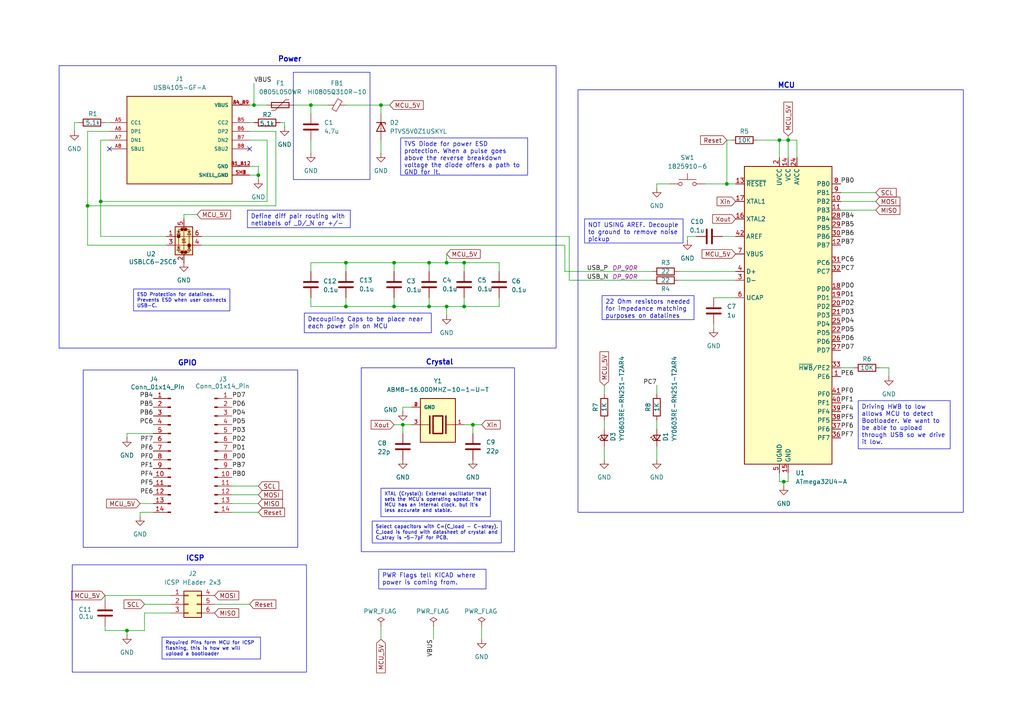
<source format=kicad_sch>
(kicad_sch (version 20250114) (generator "eeschema") (generator_version "9.0")
  (paper "A4")
  (title_block (title "ATmega32U4") (company "Practice") (comment 1 "Dev board PCB design"))
  (lib_symbols
    (symbol "ABM8-16.000MHZ-10-1-U-T:ABM8-16.000MHZ-10-1-U-T" (pin_names (offset 1.016))
      (property "Reference" "Y" (at -5.0878 6.3559 0))
      (property "Value" "ABM8-16.000MHZ-10-1-U-T" (at -5.0944 -10.16 0))
      (symbol "ABM8-16.000MHZ-10-1-U-T_0_0"
        (polyline (pts (xy -5.08 0) (xy -2.54 0)) (stroke (width 0.1524)))
        (rectangle (start -5.08 -7.62) (end 5.08 5.08) (stroke (width 0.254)) (fill (type background)))
        (polyline (pts (xy -2.3368 2.54) (xy -2.3368 -2.54)) (stroke (width 0.4064)))
        (polyline (pts (xy -1.397 2.54) (xy -1.397 -2.54)) (stroke (width 0.4064)))
        (polyline (pts (xy -1.397 2.54) (xy 1.397 2.54)) (stroke (width 0.4064)))
        (polyline (pts (xy 1.397 2.54) (xy 1.397 -2.54)) (stroke (width 0.4064)))
        (polyline (pts (xy 1.397 -2.54) (xy -1.397 -2.54)) (stroke (width 0.4064)))
        (polyline (pts (xy 2.3368 2.54) (xy 2.3368 -2.54)) (stroke (width 0.4064)))
        (polyline (pts (xy 2.54 0) (xy 5.08 0)) (stroke (width 0.1524)))
        (pin passive line (at -7.62 0 0) (length 2.54) (name "~") (number "1"))
        (pin passive line (at 7.62 0 180) (length 2.54) (name "~") (number "3"))
        (pin power_in line (at 7.62 -5.08 180) (length 2.54) (name "GND") (number "2"))
        (pin power_in line (at 7.62 -5.08 180) (length 2.54) (name "GND") (number "4"))
      )
    )
    (symbol "Connector:Conn_01x14_Pin" (pin_names (offset 1.016) (hide yes))
      (property "Reference" "J" (at 0 17.78 0))
      (property "Value" "Conn_01x14_Pin" (at 0 -20.32 0))
      (symbol "Conn_01x14_Pin_1_1"
        (rectangle (start 0.8636 15.367) (end 0 15.113) (stroke (width 0.1524)) (fill (type outline)))
        (rectangle (start 0.8636 12.827) (end 0 12.573) (stroke (width 0.1524)) (fill (type outline)))
        (rectangle (start 0.8636 10.287) (end 0 10.033) (stroke (width 0.1524)) (fill (type outline)))
        (rectangle (start 0.8636 7.747) (end 0 7.493) (stroke (width 0.1524)) (fill (type outline)))
        (rectangle (start 0.8636 5.207) (end 0 4.953) (stroke (width 0.1524)) (fill (type outline)))
        (rectangle (start 0.8636 2.667) (end 0 2.413) (stroke (width 0.1524)) (fill (type outline)))
        (rectangle (start 0.8636 0.127) (end 0 -0.127) (stroke (width 0.1524)) (fill (type outline)))
        (rectangle (start 0.8636 -2.413) (end 0 -2.667) (stroke (width 0.1524)) (fill (type outline)))
        (rectangle (start 0.8636 -4.953) (end 0 -5.207) (stroke (width 0.1524)) (fill (type outline)))
        (rectangle (start 0.8636 -7.493) (end 0 -7.747) (stroke (width 0.1524)) (fill (type outline)))
        (rectangle (start 0.8636 -10.033) (end 0 -10.287) (stroke (width 0.1524)) (fill (type outline)))
        (rectangle (start 0.8636 -12.573) (end 0 -12.827) (stroke (width 0.1524)) (fill (type outline)))
        (rectangle (start 0.8636 -15.113) (end 0 -15.367) (stroke (width 0.1524)) (fill (type outline)))
        (rectangle (start 0.8636 -17.653) (end 0 -17.907) (stroke (width 0.1524)) (fill (type outline)))
        (polyline (pts (xy 1.27 15.24) (xy 0.8636 15.24)) (stroke (width 0.1524)))
        (polyline (pts (xy 1.27 12.7) (xy 0.8636 12.7)) (stroke (width 0.1524)))
        (polyline (pts (xy 1.27 10.16) (xy 0.8636 10.16)) (stroke (width 0.1524)))
        (polyline (pts (xy 1.27 7.62) (xy 0.8636 7.62)) (stroke (width 0.1524)))
        (polyline (pts (xy 1.27 5.08) (xy 0.8636 5.08)) (stroke (width 0.1524)))
        (polyline (pts (xy 1.27 2.54) (xy 0.8636 2.54)) (stroke (width 0.1524)))
        (polyline (pts (xy 1.27 0) (xy 0.8636 0)) (stroke (width 0.1524)))
        (polyline (pts (xy 1.27 -2.54) (xy 0.8636 -2.54)) (stroke (width 0.1524)))
        (polyline (pts (xy 1.27 -5.08) (xy 0.8636 -5.08)) (stroke (width 0.1524)))
        (polyline (pts (xy 1.27 -7.62) (xy 0.8636 -7.62)) (stroke (width 0.1524)))
        (polyline (pts (xy 1.27 -10.16) (xy 0.8636 -10.16)) (stroke (width 0.1524)))
        (polyline (pts (xy 1.27 -12.7) (xy 0.8636 -12.7)) (stroke (width 0.1524)))
        (polyline (pts (xy 1.27 -15.24) (xy 0.8636 -15.24)) (stroke (width 0.1524)))
        (polyline (pts (xy 1.27 -17.78) (xy 0.8636 -17.78)) (stroke (width 0.1524)))
        (pin passive line (at 5.08 15.24 180) (length 3.81) (name "Pin_1") (number "1"))
        (pin passive line (at 5.08 12.7 180) (length 3.81) (name "Pin_2") (number "2"))
        (pin passive line (at 5.08 10.16 180) (length 3.81) (name "Pin_3") (number "3"))
        (pin passive line (at 5.08 7.62 180) (length 3.81) (name "Pin_4") (number "4"))
        (pin passive line (at 5.08 5.08 180) (length 3.81) (name "Pin_5") (number "5"))
        (pin passive line (at 5.08 2.54 180) (length 3.81) (name "Pin_6") (number "6"))
        (pin passive line (at 5.08 0 180) (length 3.81) (name "Pin_7") (number "7"))
        (pin passive line (at 5.08 -2.54 180) (length 3.81) (name "Pin_8") (number "8"))
        (pin passive line (at 5.08 -5.08 180) (length 3.81) (name "Pin_9") (number "9"))
        (pin passive line (at 5.08 -7.62 180) (length 3.81) (name "Pin_10") (number "10"))
        (pin passive line (at 5.08 -10.16 180) (length 3.81) (name "Pin_11") (number "11"))
        (pin passive line (at 5.08 -12.7 180) (length 3.81) (name "Pin_12") (number "12"))
        (pin passive line (at 5.08 -15.24 180) (length 3.81) (name "Pin_13") (number "13"))
        (pin passive line (at 5.08 -17.78 180) (length 3.81) (name "Pin_14") (number "14"))
      )
    )
    (symbol "Connector_Generic:Conn_02x03_Top_Bottom" (pin_names (offset 1.016) (hide yes))
      (property "Reference" "J" (at 1.27 5.08 0))
      (property "Value" "Conn_02x03_Top_Bottom" (at 1.27 -5.08 0))
      (symbol "Conn_02x03_Top_Bottom_1_1"
        (rectangle (start -1.27 3.81) (end 3.81 -3.81) (stroke (width 0.254)) (fill (type background)))
        (rectangle (start -1.27 2.667) (end 0 2.413) (stroke (width 0.1524)))
        (rectangle (start -1.27 0.127) (end 0 -0.127) (stroke (width 0.1524)))
        (rectangle (start -1.27 -2.413) (end 0 -2.667) (stroke (width 0.1524)))
        (rectangle (start 3.81 2.667) (end 2.54 2.413) (stroke (width 0.1524)))
        (rectangle (start 3.81 0.127) (end 2.54 -0.127) (stroke (width 0.1524)))
        (rectangle (start 3.81 -2.413) (end 2.54 -2.667) (stroke (width 0.1524)))
        (pin passive line (at -5.08 2.54 0) (length 3.81) (name "Pin_1") (number "1"))
        (pin passive line (at -5.08 0 0) (length 3.81) (name "Pin_2") (number "2"))
        (pin passive line (at -5.08 -2.54 0) (length 3.81) (name "Pin_3") (number "3"))
        (pin passive line (at 7.62 2.54 180) (length 3.81) (name "Pin_4") (number "4"))
        (pin passive line (at 7.62 0 180) (length 3.81) (name "Pin_5") (number "5"))
        (pin passive line (at 7.62 -2.54 180) (length 3.81) (name "Pin_6") (number "6"))
      )
    )
    (symbol "Device:C" (pin_numbers (hide yes)) (pin_names (offset 0.254))
      (property "Reference" "C" (at 0.635 2.54 0))
      (property "Value" "C" (at 0.635 -2.54 0))
      (symbol "C_0_1"
        (polyline (pts (xy -2.032 0.762) (xy 2.032 0.762)) (stroke (width 0.508)))
        (polyline (pts (xy -2.032 -0.762) (xy 2.032 -0.762)) (stroke (width 0.508)))
      )
      (symbol "C_1_1"
        (pin passive line (at 0 3.81 270) (length 2.794) (name "~") (number "1"))
        (pin passive line (at 0 -3.81 90) (length 2.794) (name "~") (number "2"))
      )
    )
    (symbol "Device:FerriteBead_Small" (pin_numbers (hide yes)) (pin_names (offset 0))
      (property "Reference" "FB" (at 1.905 1.27 0))
      (property "Value" "FerriteBead_Small" (at 1.905 -1.27 0))
      (symbol "FerriteBead_Small_0_1"
        (polyline (pts (xy -1.8288 0.2794) (xy -1.1176 1.4986) (xy 1.8288 -0.2032) (xy 1.1176 -1.4224) (xy -1.8288 0.2794)))
        (polyline (pts (xy 0 0.889) (xy 0 1.2954)))
        (polyline (pts (xy 0 -1.27) (xy 0 -0.7874)))
      )
      (symbol "FerriteBead_Small_1_1"
        (pin passive line (at 0 2.54 270) (length 1.27) (name "~") (number "1"))
        (pin passive line (at 0 -2.54 90) (length 1.27) (name "~") (number "2"))
      )
    )
    (symbol "Device:LED_Small" (pin_numbers (hide yes)) (pin_names (offset 0.254) (hide yes))
      (property "Reference" "D" (at -1.27 3.175 0))
      (property "Value" "LED_Small" (at -4.445 -2.54 0))
      (symbol "LED_Small_0_1"
        (polyline (pts (xy -0.762 -1.016) (xy -0.762 1.016)) (stroke (width 0.254)))
        (polyline (pts (xy 0 0.762) (xy -0.508 1.27) (xy -0.254 1.27) (xy -0.508 1.27) (xy -0.508 1.016)))
        (polyline (pts (xy 0.508 1.27) (xy 0 1.778) (xy 0.254 1.778) (xy 0 1.778) (xy 0 1.524)))
        (polyline (pts (xy 0.762 -1.016) (xy -0.762 0) (xy 0.762 1.016) (xy 0.762 -1.016)) (stroke (width 0.254)))
        (polyline (pts (xy 1.016 0) (xy -0.762 0)))
      )
      (symbol "LED_Small_1_1"
        (pin passive line (at -2.54 0 0) (length 1.778) (name "K") (number "1"))
        (pin passive line (at 2.54 0 180) (length 1.778) (name "A") (number "2"))
      )
    )
    (symbol "Device:Polyfuse" (pin_numbers (hide yes)) (pin_names (offset 0))
      (property "Reference" "F" (at -2.54 0 90))
      (property "Value" "Polyfuse" (at 2.54 0 90))
      (symbol "Polyfuse_0_1"
        (polyline (pts (xy -1.524 2.54) (xy -1.524 1.524) (xy 1.524 -1.524) (xy 1.524 -2.54)))
        (rectangle (start -0.762 2.54) (end 0.762 -2.54) (stroke (width 0.254)))
        (polyline (pts (xy 0 2.54) (xy 0 -2.54)))
      )
      (symbol "Polyfuse_1_1"
        (pin passive line (at 0 3.81 270) (length 1.27) (name "~") (number "1"))
        (pin passive line (at 0 -3.81 90) (length 1.27) (name "~") (number "2"))
      )
    )
    (symbol "Device:R" (pin_numbers (hide yes)) (pin_names (offset 0))
      (property "Reference" "R" (at 2.032 0 90))
      (property "Value" "R" (at 0 0 90))
      (symbol "R_0_1"
        (rectangle (start -1.016 -2.54) (end 1.016 2.54) (stroke (width 0.254)))
      )
      (symbol "R_1_1"
        (pin passive line (at 0 3.81 270) (length 1.27) (name "~") (number "1"))
        (pin passive line (at 0 -3.81 90) (length 1.27) (name "~") (number "2"))
      )
    )
    (symbol "Diode:PTVS5V0Z1USK" (pin_numbers (hide yes)) (pin_names (hide yes))
      (property "Reference" "D" (at 0 2.54 0))
      (property "Value" "PTVS5V0Z1USK" (at 0 -2.54 0))
      (symbol "PTVS5V0Z1USK_0_1"
        (polyline (pts (xy -1.27 -1.27) (xy -1.27 1.27) (xy -0.762 1.27)) (stroke (width 0.254)))
        (polyline (pts (xy 1.27 0) (xy -1.27 0)))
        (polyline (pts (xy 1.27 -1.27) (xy 1.27 1.27) (xy -1.27 0) (xy 1.27 -1.27)) (stroke (width 0.254)))
      )
      (symbol "PTVS5V0Z1USK_1_1"
        (pin passive line (at -3.81 0 0) (length 2.54) (name "K") (number "1"))
        (pin passive line (at 3.81 0 180) (length 2.54) (name "A") (number "2"))
      )
    )
    (symbol "MCU_Microchip_ATmega:ATmega32U4-A"
      (property "Reference" "U" (at -12.7 44.45 0))
      (property "Value" "ATmega32U4-A" (at 2.54 -44.45 0))
      (symbol "ATmega32U4-A_0_1"
        (rectangle (start -12.7 -43.18) (end 12.7 43.18) (stroke (width 0.254)) (fill (type background)))
      )
      (symbol "ATmega32U4-A_1_1"
        (pin input line (at -15.24 38.1 0) (length 2.54) (name "~{RESET}") (number "13"))
        (pin input line (at -15.24 33.02 0) (length 2.54) (name "XTAL1") (number "17"))
        (pin output line (at -15.24 27.94 0) (length 2.54) (name "XTAL2") (number "16"))
        (pin passive line (at -15.24 22.86 0) (length 2.54) (name "AREF") (number "42"))
        (pin input line (at -15.24 17.78 0) (length 2.54) (name "VBUS") (number "7"))
        (pin bidirectional line (at -15.24 12.7 0) (length 2.54) (name "D+") (number "4"))
        (pin bidirectional line (at -15.24 10.16 0) (length 2.54) (name "D-") (number "3"))
        (pin passive line (at -15.24 5.08 0) (length 2.54) (name "UCAP") (number "6"))
        (pin power_in line (at -2.54 45.72 270) (length 2.54) (name "UVCC") (number "2"))
        (pin passive line (at -2.54 -45.72 90) (length 2.54) (name "UGND") (number "5"))
        (pin power_in line (at 0 45.72 270) (length 2.54) (name "VCC") (number "14"))
        (pin passive line (at 0 45.72 270) (length 2.54) (hide yes) (name "VCC") (number "34"))
        (pin power_in line (at 0 -45.72 90) (length 2.54) (name "GND") (number "15"))
        (pin passive line (at 0 -45.72 90) (length 2.54) (hide yes) (name "GND") (number "23"))
        (pin passive line (at 0 -45.72 90) (length 2.54) (hide yes) (name "GND") (number "35"))
        (pin passive line (at 0 -45.72 90) (length 2.54) (hide yes) (name "GND") (number "43"))
        (pin power_in line (at 2.54 45.72 270) (length 2.54) (name "AVCC") (number "24"))
        (pin passive line (at 2.54 45.72 270) (length 2.54) (hide yes) (name "AVCC") (number "44"))
        (pin bidirectional line (at 15.24 38.1 180) (length 2.54) (name "PB0") (number "8"))
        (pin bidirectional line (at 15.24 35.56 180) (length 2.54) (name "PB1") (number "9"))
        (pin bidirectional line (at 15.24 33.02 180) (length 2.54) (name "PB2") (number "10"))
        (pin bidirectional line (at 15.24 30.48 180) (length 2.54) (name "PB3") (number "11"))
        (pin bidirectional line (at 15.24 27.94 180) (length 2.54) (name "PB4") (number "28"))
        (pin bidirectional line (at 15.24 25.4 180) (length 2.54) (name "PB5") (number "29"))
        (pin bidirectional line (at 15.24 22.86 180) (length 2.54) (name "PB6") (number "30"))
        (pin bidirectional line (at 15.24 20.32 180) (length 2.54) (name "PB7") (number "12"))
        (pin bidirectional line (at 15.24 15.24 180) (length 2.54) (name "PC6") (number "31"))
        (pin bidirectional line (at 15.24 12.7 180) (length 2.54) (name "PC7") (number "32"))
        (pin bidirectional line (at 15.24 7.62 180) (length 2.54) (name "PD0") (number "18"))
        (pin bidirectional line (at 15.24 5.08 180) (length 2.54) (name "PD1") (number "19"))
        (pin bidirectional line (at 15.24 2.54 180) (length 2.54) (name "PD2") (number "20"))
        (pin bidirectional line (at 15.24 0 180) (length 2.54) (name "PD3") (number "21"))
        (pin bidirectional line (at 15.24 -2.54 180) (length 2.54) (name "PD4") (number "25"))
        (pin bidirectional line (at 15.24 -5.08 180) (length 2.54) (name "PD5") (number "22"))
        (pin bidirectional line (at 15.24 -7.62 180) (length 2.54) (name "PD6") (number "26"))
        (pin bidirectional line (at 15.24 -10.16 180) (length 2.54) (name "PD7") (number "27"))
        (pin bidirectional line (at 15.24 -15.24 180) (length 2.54) (name "~{HWB}/PE2") (number "33"))
        (pin bidirectional line (at 15.24 -17.78 180) (length 2.54) (name "PE6") (number "1"))
        (pin bidirectional line (at 15.24 -22.86 180) (length 2.54) (name "PF0") (number "41"))
        (pin bidirectional line (at 15.24 -25.4 180) (length 2.54) (name "PF1") (number "40"))
        (pin bidirectional line (at 15.24 -27.94 180) (length 2.54) (name "PF4") (number "39"))
        (pin bidirectional line (at 15.24 -30.48 180) (length 2.54) (name "PF5") (number "38"))
        (pin bidirectional line (at 15.24 -33.02 180) (length 2.54) (name "PF6") (number "37"))
        (pin bidirectional line (at 15.24 -35.56 180) (length 2.54) (name "PF7") (number "36"))
      )
    )
    (symbol "Power_Protection:USBLC6-2SC6" (pin_names (hide yes))
      (property "Reference" "U" (at 0.635 5.715 0))
      (property "Value" "USBLC6-2SC6" (at 0.635 3.81 0))
      (symbol "USBLC6-2SC6_0_0"
        (circle (center -1.524 0) (radius 0.0001) (stroke (width 0.508)))
        (circle (center -0.508 2.032) (radius 0.0001) (stroke (width 0.508)))
        (circle (center -0.508 -4.572) (radius 0.0001) (stroke (width 0.508)))
        (circle (center 0.508 2.032) (radius 0.0001) (stroke (width 0.508)))
        (circle (center 0.508 -4.572) (radius 0.0001) (stroke (width 0.508)))
        (circle (center 1.524 -2.54) (radius 0.0001) (stroke (width 0.508)))
      )
      (symbol "USBLC6-2SC6_0_1"
        (polyline (pts (xy -2.54 0) (xy 2.54 0)))
        (polyline (pts (xy -2.54 -2.54) (xy 2.54 -2.54)))
        (polyline (pts (xy -2.032 0.508) (xy -1.016 0.508) (xy -1.524 1.524) (xy -2.032 0.508)))
        (polyline (pts (xy -2.032 -3.048) (xy -1.016 -3.048)))
        (polyline (pts (xy -1.016 1.524) (xy -2.032 1.524)))
        (polyline (pts (xy -1.016 -4.064) (xy -2.032 -4.064) (xy -1.524 -3.048) (xy -1.016 -4.064)))
        (polyline (pts (xy -0.508 -1.143) (xy -0.508 -0.762) (xy 0.508 -0.762)))
        (polyline (pts (xy 0 2.54) (xy -0.508 2.032) (xy 0.508 2.032) (xy 0 1.524) (xy 0 -4.064) (xy -0.508 -4.572) (xy 0.508 -4.572) (xy 0 -5.08)))
        (polyline (pts (xy 0.508 -1.778) (xy -0.508 -1.778) (xy 0 -0.762) (xy 0.508 -1.778)))
        (polyline (pts (xy 1.016 1.524) (xy 2.032 1.524)))
        (polyline (pts (xy 1.016 -3.048) (xy 2.032 -3.048)))
        (polyline (pts (xy 2.032 0.508) (xy 1.016 0.508) (xy 1.524 1.524) (xy 2.032 0.508)))
        (polyline (pts (xy 2.032 -4.064) (xy 1.016 -4.064) (xy 1.524 -3.048) (xy 2.032 -4.064)))
      )
      (symbol "USBLC6-2SC6_1_1"
        (rectangle (start -2.54 2.794) (end 2.54 -5.334) (stroke (width 0.254)) (fill (type background)))
        (polyline (pts (xy -0.508 2.032) (xy -1.524 2.032) (xy -1.524 -4.572) (xy -0.508 -4.572)))
        (polyline (pts (xy 0.508 -4.572) (xy 1.524 -4.572) (xy 1.524 2.032) (xy 0.508 2.032)))
        (pin passive line (at -5.08 0 0) (length 2.54) (name "I/O1") (number "1"))
        (pin passive line (at -5.08 -2.54 0) (length 2.54) (name "I/O2") (number "3"))
        (pin passive line (at 0 5.08 270) (length 2.54) (name "VBUS") (number "5"))
        (pin passive line (at 0 -7.62 90) (length 2.54) (name "GND") (number "2"))
        (pin passive line (at 5.08 0 180) (length 2.54) (name "I/O1") (number "6"))
        (pin passive line (at 5.08 -2.54 180) (length 2.54) (name "I/O2") (number "4"))
      )
    )
    (symbol "Switch:SW_Push" (pin_numbers (hide yes)) (pin_names (offset 1.016) (hide yes))
      (property "Reference" "SW" (at 1.27 2.54 0))
      (property "Value" "SW_Push" (at 0 -1.524 0))
      (symbol "SW_Push_0_1"
        (circle (center -2.032 0) (radius 0.508))
        (polyline (pts (xy 0 1.27) (xy 0 3.048)))
        (circle (center 2.032 0) (radius 0.508))
        (polyline (pts (xy 2.54 1.27) (xy -2.54 1.27)))
        (pin passive line (at -5.08 0 0) (length 2.54) (name "1") (number "1"))
        (pin passive line (at 5.08 0 180) (length 2.54) (name "2") (number "2"))
      )
    )
    (symbol "USB4105-GF-A:USB4105-GF-A" (pin_names (offset 1.016))
      (property "Reference" "J" (at -15.24 13.97 0))
      (property "Value" "USB4105-GF-A" (at -15.24 -15.24 0))
      (symbol "USB4105-GF-A_0_0"
        (rectangle (start -15.24 -12.7) (end 15.24 12.7) (stroke (width 0.254)) (fill (type background)))
        (pin bidirectional line (at -20.32 5.08 0) (length 5.08) (name "CC1") (number "A5"))
        (pin bidirectional line (at -20.32 2.54 0) (length 5.08) (name "DP1") (number "A6"))
        (pin bidirectional line (at -20.32 0 0) (length 5.08) (name "DN1") (number "A7"))
        (pin bidirectional line (at -20.32 -2.54 0) (length 5.08) (name "SBU1") (number "A8"))
        (pin power_in line (at 20.32 10.16 180) (length 5.08) (name "VBUS") (number "A4_B9"))
        (pin power_in line (at 20.32 10.16 180) (length 5.08) (name "VBUS") (number "B4_A9"))
        (pin bidirectional line (at 20.32 5.08 180) (length 5.08) (name "CC2") (number "B5"))
        (pin bidirectional line (at 20.32 2.54 180) (length 5.08) (name "DP2") (number "B6"))
        (pin bidirectional line (at 20.32 0 180) (length 5.08) (name "DN2") (number "B7"))
        (pin bidirectional line (at 20.32 -2.54 180) (length 5.08) (name "SBU2") (number "B8"))
        (pin power_in line (at 20.32 -7.62 180) (length 5.08) (name "GND") (number "A1_B12"))
        (pin power_in line (at 20.32 -7.62 180) (length 5.08) (name "GND") (number "B1_A12"))
        (pin power_in line (at 20.32 -10.16 180) (length 5.08) (name "SHELL_GND") (number "SH1"))
        (pin power_in line (at 20.32 -10.16 180) (length 5.08) (name "SHELL_GND") (number "SH2"))
        (pin power_in line (at 20.32 -10.16 180) (length 5.08) (name "SHELL_GND") (number "SH3"))
        (pin power_in line (at 20.32 -10.16 180) (length 5.08) (name "SHELL_GND") (number "SH4"))
      )
    )
    (symbol "power:GND" (power) (pin_numbers (hide yes)) (pin_names (offset 0) (hide yes))
      (property "Value" "GND" (at 0 -3.81 0))
      (symbol "GND_0_1"
        (polyline (pts (xy 0 0) (xy 0 -1.27) (xy 1.27 -1.27) (xy 0 -2.54) (xy -1.27 -1.27) (xy 0 -1.27)))
      )
      (symbol "GND_1_1"
        (pin power_in line (at 0 0 270) (length 0) (name "~") (number "1"))
      )
    )
    (symbol "power:PWR_FLAG" (power) (pin_numbers (hide yes)) (pin_names (offset 0) (hide yes))
      (property "Value" "PWR_FLAG" (at 0 3.81 0))
      (symbol "PWR_FLAG_0_0"
        (pin power_out line (at 0 0 90) (length 0) (name "~") (number "1"))
      )
      (symbol "PWR_FLAG_0_1"
        (polyline (pts (xy 0 0) (xy 0 1.27) (xy -1.016 1.905) (xy 0 2.54) (xy 1.016 1.905) (xy 0 1.27)))
      )
    )
  )
  (rectangle (start 167.64 26.035) (end 279.4 148.59))
  (rectangle (start 104.775 106.68) (end 149.225 160.02))
  (rectangle (start 24.13 107.315) (end 86.36 158.75))
  (rectangle (start 85.09 20.955) (end 107.315 52.07))
  (rectangle (start 17.145 19.05) (end 161.29 100.965))
  (rectangle (start 20.955 163.83) (end 88.9 194.945))
  (text "MCU\n" (at 228.092 24.892 0) (effects (font (size 1.5 1.5) (thickness 0.3) (bold yes))))
  (text "GPIO\n" (at 54.356 105.41 0) (effects (font (size 1.5 1.5) (thickness 0.3) (bold yes))))
  (text "Crystal\n" (at 127.508 105.156 0) (effects (font (size 1.5 1.5) (thickness 0.3) (bold yes))))
  (text "ICSP\n" (at 56.642 162.052 0) (effects (font (size 1.5 1.5) (thickness 0.3) (bold yes))))
  (text "Power\n" (at 84.074 17.272 0) (effects (font (size 1.5 1.5) (thickness 0.3) (bold yes))))
  (text_box "Driving HWB to low allows MCU to detect Bootloader. We want to be able to upload through USB so we drive it low.\n" (at 248.92 116.205 0) (size 26.67 13.97) (margins 0.9525 0.9525 0.9525 0.9525) (effects (font (size 1.27 1.27)) (justify left top)))
  (text_box "NOT USING AREF. Decouple to ground to remove noise pickup\n" (at 169.545 63.5 0) (size 28.575 6.985) (margins 0.9525 0.9525 0.9525 0.9525) (effects (font (size 1.27 1.27)) (justify left top)))
  (text_box "PWR Flags tell KiCAD where power is coming from.\n" (at 109.855 165.1 0) (size 31.115 5.715) (margins 0.9525 0.9525 0.9525 0.9525) (effects (font (size 1.27 1.27)) (justify left top)))
  (text_box "ESD Protection for datalines. Prevents ESD when user connects USB-C." (at 38.735 83.82 0) (size 27.94 6.35) (margins 0.9525 0.9525 0.9525 0.9525) (effects (font (size 1 1)) (justify left top)))
  (text_box "TVS Diode for power ESD protection. When a pulse goes above the reverse breakdown voltage the diode offers a path to GND for it." (at 116.205 40.005 0) (size 36.83 10.795) (margins 0.9525 0.9525 0.9525 0.9525) (effects (font (size 1.27 1.27)) (justify left top)))
  (text_box "22 Ohm resistors needed for impedance matching purposes on datalines\n" (at 174.625 85.725 0) (size 26.67 6.985) (margins 0.9525 0.9525 0.9525 0.9525) (effects (font (size 1.27 1.27)) (justify left top)))
  (text_box "Required Pins form MCU for ICSP flashing, this is how we will upload a bootloader\n" (at 46.99 184.785 0) (size 28.575 6.35) (margins 0.9525 0.9525 0.9525 0.9525) (effects (font (size 1 1)) (justify left top)))
  (text_box "Decoupling Caps to be place near each power pin on MCU\n" (at 88.265 90.805 0) (size 36.83 5.715) (margins 0.9525 0.9525 0.9525 0.9525) (effects (font (size 1.27 1.27)) (justify left top)))
  (text_box "XTAL (Crystal): External oscillator that sets the MCU's operating speed. The MCU has an internal clock, but it's less accurate and stable." (at 110.49 141.605 0) (size 31.75 8.255) (margins 0.9525 0.9525 0.9525 0.9525) (effects (font (size 1 1)) (justify left top)))
  (text_box "Select capacitors with C=(C_load - C-stray). C_load is found with datasheet of crystal and C_stray is ~5-7pF for PCB.\n" (at 107.95 151.13 0) (size 37.465 6.35) (margins 0.9525 0.9525 0.9525 0.9525) (effects (font (size 1 1)) (justify left top)))
  (text_box "Define diff pair routing with netlabels of _D/_N or +/-\n" (at 71.755 60.96 0) (size 29.845 5.08) (margins 0.9525 0.9525 0.9525 0.9525) (effects (font (size 1.27 1.27)) (justify left top)))
  (junction (at 124.46 88.9))
  (junction (at 29.21 58.42))
  (junction (at 114.3 88.9))
  (junction (at 100.33 76.2))
  (junction (at 228.6 40.64))
  (junction (at 134.62 76.2))
  (junction (at 36.83 182.88))
  (junction (at 100.33 88.9))
  (junction (at 227.33 139.7))
  (junction (at 110.49 30.48))
  (junction (at 129.54 88.9))
  (junction (at 129.54 76.2))
  (junction (at 74.93 50.8))
  (junction (at 124.46 76.2))
  (junction (at 73.66 30.48))
  (junction (at 137.16 123.19))
  (junction (at 226.06 40.64))
  (junction (at 210.82 53.34))
  (junction (at 90.17 30.48))
  (junction (at 25.4 59.69))
  (junction (at 114.3 76.2))
  (junction (at 134.62 88.9))
  (junction (at 116.84 123.19))
  (no_connect (at 31.75 43.18))
  (no_connect (at 72.39 43.18))
  (wire (pts (xy 100.33 76.2) (xy 100.33 78.74)))
  (wire (pts (xy 129.54 88.9) (xy 134.62 88.9)))
  (wire (pts (xy 226.06 45.72) (xy 226.06 40.64)))
  (wire (pts (xy 72.39 38.1) (xy 80.01 38.1)))
  (wire (pts (xy 77.47 40.64) (xy 77.47 58.42)))
  (wire (pts (xy 227.33 139.7) (xy 228.6 139.7)))
  (wire (pts (xy 114.3 78.74) (xy 114.3 76.2)))
  (wire (pts (xy 29.21 58.42) (xy 29.21 68.58)))
  (wire (pts (xy 175.26 111.76) (xy 175.26 114.3)))
  (wire (pts (xy 21.59 35.56) (xy 22.86 35.56)))
  (wire (pts (xy 73.66 24.13) (xy 73.66 30.48)))
  (wire (pts (xy 30.48 181.61) (xy 30.48 182.88)))
  (wire (pts (xy 134.62 123.19) (xy 137.16 123.19)))
  (wire (pts (xy 228.6 137.16) (xy 228.6 139.7)))
  (wire (pts (xy 210.82 53.34) (xy 210.82 40.64)))
  (wire (pts (xy 190.5 121.92) (xy 190.5 124.46)))
  (wire (pts (xy 137.16 123.19) (xy 139.7 123.19)))
  (wire (pts (xy 231.14 40.64) (xy 231.14 45.72)))
  (wire (pts (xy 124.46 88.9) (xy 129.54 88.9)))
  (wire (pts (xy 72.39 48.26) (xy 74.93 48.26)))
  (wire (pts (xy 134.62 76.2) (xy 144.78 76.2)))
  (wire (pts (xy 90.17 40.64) (xy 90.17 44.45)))
  (wire (pts (xy 58.42 71.12) (xy 163.83 71.12)))
  (wire (pts (xy 243.84 60.96) (xy 254 60.96)))
  (wire (pts (xy 90.17 78.74) (xy 90.17 76.2)))
  (wire (pts (xy 124.46 76.2) (xy 129.54 76.2)))
  (wire (pts (xy 116.84 125.73) (xy 116.84 123.19)))
  (wire (pts (xy 134.62 88.9) (xy 144.78 88.9)))
  (wire (pts (xy 196.85 78.74) (xy 213.36 78.74)))
  (wire (pts (xy 175.26 129.54) (xy 175.26 133.35)))
  (wire (pts (xy 41.91 177.8) (xy 49.53 177.8)))
  (wire (pts (xy 124.46 86.36) (xy 124.46 88.9)))
  (wire (pts (xy 254 55.88) (xy 243.84 55.88)))
  (wire (pts (xy 58.42 68.58) (xy 165.1 68.58)))
  (wire (pts (xy 72.39 35.56) (xy 73.66 35.56)))
  (wire (pts (xy 90.17 88.9) (xy 100.33 88.9)))
  (wire (pts (xy 194.31 53.34) (xy 190.5 53.34)))
  (wire (pts (xy 204.47 53.34) (xy 210.82 53.34)))
  (wire (pts (xy 53.34 63.5) (xy 53.34 62.23)))
  (wire (pts (xy 41.91 177.8) (xy 41.91 182.88)))
  (wire (pts (xy 129.54 73.66) (xy 129.54 76.2)))
  (wire (pts (xy 228.6 40.64) (xy 231.14 40.64)))
  (wire (pts (xy 114.3 86.36) (xy 114.3 88.9)))
  (wire (pts (xy 226.06 137.16) (xy 226.06 139.7)))
  (wire (pts (xy 100.33 86.36) (xy 100.33 88.9)))
  (wire (pts (xy 257.81 106.68) (xy 257.81 109.22)))
  (wire (pts (xy 199.39 68.58) (xy 199.39 69.85)))
  (wire (pts (xy 25.4 59.69) (xy 25.4 71.12)))
  (wire (pts (xy 74.93 48.26) (xy 74.93 50.8)))
  (wire (pts (xy 44.45 146.05) (xy 40.64 146.05)))
  (wire (pts (xy 219.71 40.64) (xy 226.06 40.64)))
  (wire (pts (xy 25.4 59.69) (xy 80.01 59.69)))
  (wire (pts (xy 124.46 76.2) (xy 124.46 78.74)))
  (wire (pts (xy 81.28 35.56) (xy 82.55 35.56)))
  (wire (pts (xy 74.93 148.59) (xy 67.31 148.59)))
  (wire (pts (xy 163.83 78.74) (xy 163.83 71.12)))
  (wire (pts (xy 44.45 125.73) (xy 36.83 125.73)))
  (wire (pts (xy 36.83 184.15) (xy 36.83 182.88)))
  (wire (pts (xy 228.6 40.64) (xy 228.6 45.72)))
  (wire (pts (xy 30.48 173.99) (xy 30.48 172.72)))
  (wire (pts (xy 82.55 35.56) (xy 82.55 36.83)))
  (wire (pts (xy 21.59 35.56) (xy 21.59 38.1)))
  (wire (pts (xy 144.78 76.2) (xy 144.78 78.74)))
  (wire (pts (xy 134.62 86.36) (xy 134.62 88.9)))
  (wire (pts (xy 110.49 30.48) (xy 110.49 33.02)))
  (wire (pts (xy 48.26 71.12) (xy 25.4 71.12)))
  (wire (pts (xy 67.31 143.51) (xy 74.93 143.51)))
  (wire (pts (xy 114.3 76.2) (xy 124.46 76.2)))
  (wire (pts (xy 163.83 78.74) (xy 189.23 78.74)))
  (wire (pts (xy 190.5 129.54) (xy 190.5 133.35)))
  (wire (pts (xy 40.64 148.59) (xy 40.64 149.86)))
  (wire (pts (xy 30.48 35.56) (xy 31.75 35.56)))
  (wire (pts (xy 190.5 53.34) (xy 190.5 54.61)))
  (wire (pts (xy 114.3 123.19) (xy 116.84 123.19)))
  (wire (pts (xy 72.39 40.64) (xy 77.47 40.64)))
  (wire (pts (xy 116.84 123.19) (xy 119.38 123.19)))
  (wire (pts (xy 53.34 62.23) (xy 57.15 62.23)))
  (wire (pts (xy 110.49 30.48) (xy 113.03 30.48)))
  (wire (pts (xy 30.48 182.88) (xy 36.83 182.88)))
  (wire (pts (xy 67.31 140.97) (xy 74.93 140.97)))
  (wire (pts (xy 31.75 40.64) (xy 29.21 40.64)))
  (wire (pts (xy 137.16 123.19) (xy 137.16 125.73)))
  (wire (pts (xy 73.66 30.48) (xy 77.47 30.48)))
  (wire (pts (xy 72.39 30.48) (xy 73.66 30.48)))
  (wire (pts (xy 190.5 111.76) (xy 190.5 114.3)))
  (wire (pts (xy 110.49 40.64) (xy 110.49 44.45)))
  (wire (pts (xy 134.62 76.2) (xy 134.62 78.74)))
  (wire (pts (xy 90.17 76.2) (xy 100.33 76.2)))
  (wire (pts (xy 210.82 40.64) (xy 212.09 40.64)))
  (wire (pts (xy 129.54 76.2) (xy 134.62 76.2)))
  (wire (pts (xy 25.4 38.1) (xy 25.4 59.69)))
  (wire (pts (xy 48.26 68.58) (xy 29.21 68.58)))
  (wire (pts (xy 175.26 121.92) (xy 175.26 124.46)))
  (wire (pts (xy 139.7 181.61) (xy 139.7 185.42)))
  (wire (pts (xy 165.1 68.58) (xy 165.1 81.28)))
  (wire (pts (xy 100.33 88.9) (xy 114.3 88.9)))
  (wire (pts (xy 255.27 106.68) (xy 257.81 106.68)))
  (wire (pts (xy 228.6 39.37) (xy 228.6 40.64)))
  (wire (pts (xy 116.84 118.11) (xy 116.84 119.38)))
  (wire (pts (xy 254 58.42) (xy 243.84 58.42)))
  (wire (pts (xy 90.17 86.36) (xy 90.17 88.9)))
  (wire (pts (xy 196.85 81.28) (xy 213.36 81.28)))
  (wire (pts (xy 207.01 93.98) (xy 207.01 95.25)))
  (wire (pts (xy 144.78 88.9) (xy 144.78 86.36)))
  (wire (pts (xy 119.38 118.11) (xy 116.84 118.11)))
  (wire (pts (xy 74.93 50.8) (xy 74.93 52.07)))
  (wire (pts (xy 44.45 148.59) (xy 40.64 148.59)))
  (wire (pts (xy 90.17 30.48) (xy 90.17 33.02)))
  (wire (pts (xy 226.06 40.64) (xy 228.6 40.64)))
  (wire (pts (xy 29.21 58.42) (xy 77.47 58.42)))
  (wire (pts (xy 85.09 30.48) (xy 90.17 30.48)))
  (wire (pts (xy 209.55 68.58) (xy 213.36 68.58)))
  (wire (pts (xy 29.21 40.64) (xy 29.21 58.42)))
  (wire (pts (xy 100.33 30.48) (xy 110.49 30.48)))
  (wire (pts (xy 165.1 81.28) (xy 189.23 81.28)))
  (wire (pts (xy 41.91 175.26) (xy 49.53 175.26)))
  (wire (pts (xy 213.36 53.34) (xy 210.82 53.34)))
  (wire (pts (xy 199.39 68.58) (xy 201.93 68.58)))
  (wire (pts (xy 36.83 125.73) (xy 36.83 127)))
  (wire (pts (xy 36.83 182.88) (xy 41.91 182.88)))
  (wire (pts (xy 72.39 50.8) (xy 74.93 50.8)))
  (wire (pts (xy 90.17 30.48) (xy 95.25 30.48)))
  (wire (pts (xy 129.54 88.9) (xy 129.54 91.44)))
  (wire (pts (xy 100.33 76.2) (xy 114.3 76.2)))
  (wire (pts (xy 110.49 181.61) (xy 110.49 185.42)))
  (wire (pts (xy 227.33 139.7) (xy 227.33 140.97)))
  (wire (pts (xy 30.48 172.72) (xy 49.53 172.72)))
  (wire (pts (xy 62.23 175.26) (xy 72.39 175.26)))
  (wire (pts (xy 67.31 146.05) (xy 74.93 146.05)))
  (wire (pts (xy 226.06 139.7) (xy 227.33 139.7)))
  (wire (pts (xy 125.73 181.61) (xy 125.73 185.42)))
  (wire (pts (xy 80.01 38.1) (xy 80.01 59.69)))
  (wire (pts (xy 243.84 106.68) (xy 247.65 106.68)))
  (wire (pts (xy 207.01 86.36) (xy 213.36 86.36)))
  (wire (pts (xy 114.3 88.9) (xy 124.46 88.9)))
  (wire (pts (xy 31.75 38.1) (xy 25.4 38.1)))
  (label "PC6" (at 44.45 123.19 180))
  (label "PB7" (at 67.31 135.89 0))
  (label "PD1" (at 67.31 130.81 0))
  (label "PD4" (at 67.31 120.65 0))
  (label "PD5" (at 67.31 123.19 0))
  (label "PD2" (at 67.31 128.27 0))
  (label "PD6" (at 67.31 118.11 0))
  (label "PE6" (at 243.84 109.22 0))
  (label "PF4" (at 243.84 119.38 0))
  (label "PF5" (at 243.84 121.92 0))
  (label "PF6" (at 243.84 124.46 0))
  (label "PF7" (at 243.84 127 0))
  (label "PF0" (at 243.84 114.3 0))
  (label "PF1" (at 243.84 116.84 0))
  (label "PC6" (at 243.84 76.2 0))
  (label "PC7" (at 243.84 78.74 0))
  (label "PD3" (at 67.31 125.73 0))
  (label "PF7" (at 44.45 128.27 180))
  (label "PF0" (at 44.45 133.35 180))
  (label "PD0" (at 243.84 83.82 0))
  (label "PD1" (at 243.84 86.36 0))
  (label "PD5" (at 243.84 96.52 0))
  (label "PD4" (at 243.84 93.98 0))
  (label "PD2" (at 243.84 88.9 0))
  (label "PD3" (at 243.84 91.44 0))
  (label "PD6" (at 243.84 99.06 0))
  (label "PD7" (at 243.84 101.6 0))
  (label "PB5" (at 44.45 118.11 180))
  (label "PB0" (at 67.31 138.43 0))
  (label "PD0" (at 67.31 133.35 0))
  (label "PF6" (at 44.45 130.81 180))
  (label "PF1" (at 44.45 135.89 180))
  (label "USB_N" (at 170.18 81.28 0) (property "Netclass" "DP_90R" (at 177.546 80.264 0) (effects (font (italic yes)) (justify left))))
  (label "PF4" (at 44.45 138.43 180))
  (label "PE6" (at 44.45 143.51 180))
  (label "VBUS" (at 73.66 24.13 0))
  (label "PC7" (at 190.5 111.76 180))
  (label "USB_P" (at 170.18 78.74 0) (property "Netclass" "DP_90R" (at 177.546 77.724 0) (effects (font (italic yes)) (justify left))))
  (label "PF5" (at 44.45 140.97 180))
  (label "VBUS" (at 125.73 185.42 270))
  (label "PD7" (at 67.31 115.57 0))
  (label "PB6" (at 44.45 120.65 180))
  (label "PB4" (at 44.45 115.57 180))
  (label "PB7" (at 243.84 71.12 0))
  (label "PB5" (at 243.84 66.04 0))
  (label "PB6" (at 243.84 68.58 0))
  (label "PB4" (at 243.84 63.5 0))
  (label "PB0" (at 243.84 53.34 0))
  (global_label "MISO" (shape input) (at 62.23 177.8 0) (property "Intersheetrefs" "${INTERSHEET_REFS}" (effects (hide yes))))
  (global_label "MCU_5V" (shape input) (at 110.49 185.42 270) (property "Intersheetrefs" "${INTERSHEET_REFS}" (effects (hide yes))))
  (global_label "Xout" (shape input) (at 213.36 63.5 180) (property "Intersheetrefs" "${INTERSHEET_REFS}" (effects (hide yes))))
  (global_label "Xout" (shape input) (at 114.3 123.19 180) (property "Intersheetrefs" "${INTERSHEET_REFS}" (effects (hide yes))))
  (global_label "SCL" (shape input) (at 254 55.88 0) (property "Intersheetrefs" "${INTERSHEET_REFS}" (effects (hide yes))))
  (global_label "SCL" (shape input) (at 41.91 175.26 180) (property "Intersheetrefs" "${INTERSHEET_REFS}" (effects (hide yes))))
  (global_label "MISO" (shape input) (at 254 60.96 0) (property "Intersheetrefs" "${INTERSHEET_REFS}" (effects (hide yes))))
  (global_label "MOSI" (shape input) (at 74.93 143.51 0) (property "Intersheetrefs" "${INTERSHEET_REFS}" (effects (hide yes))))
  (global_label "MCU_5V" (shape input) (at 30.48 172.72 180) (property "Intersheetrefs" "${INTERSHEET_REFS}" (effects (hide yes))))
  (global_label "Xin" (shape input) (at 213.36 58.42 180) (property "Intersheetrefs" "${INTERSHEET_REFS}" (effects (hide yes))))
  (global_label "MCU_5V" (shape input) (at 175.26 111.76 90) (property "Intersheetrefs" "${INTERSHEET_REFS}" (effects (hide yes))))
  (global_label "MCU_5V" (shape input) (at 228.6 39.37 90) (property "Intersheetrefs" "${INTERSHEET_REFS}" (effects (hide yes))))
  (global_label "MOSI" (shape input) (at 254 58.42 0) (property "Intersheetrefs" "${INTERSHEET_REFS}" (effects (hide yes))))
  (global_label "Xin" (shape input) (at 139.7 123.19 0) (property "Intersheetrefs" "${INTERSHEET_REFS}" (effects (hide yes))))
  (global_label "SCL" (shape input) (at 74.93 140.97 0) (property "Intersheetrefs" "${INTERSHEET_REFS}" (effects (hide yes))))
  (global_label "MCU_5V" (shape input) (at 40.64 146.05 180) (property "Intersheetrefs" "${INTERSHEET_REFS}" (effects (hide yes))))
  (global_label "MCU_5V" (shape input) (at 213.36 73.66 180) (property "Intersheetrefs" "${INTERSHEET_REFS}" (effects (hide yes))))
  (global_label "Reset" (shape input) (at 72.39 175.26 0) (property "Intersheetrefs" "${INTERSHEET_REFS}" (effects (hide yes))))
  (global_label "MISO" (shape input) (at 74.93 146.05 0) (property "Intersheetrefs" "${INTERSHEET_REFS}" (effects (hide yes))))
  (global_label "Reset" (shape input) (at 74.93 148.59 0) (property "Intersheetrefs" "${INTERSHEET_REFS}" (effects (hide yes))))
  (global_label "MOSI" (shape input) (at 62.23 172.72 0) (property "Intersheetrefs" "${INTERSHEET_REFS}" (effects (hide yes))))
  (global_label "MCU_5V" (shape input) (at 57.15 62.23 0) (property "Intersheetrefs" "${INTERSHEET_REFS}" (effects (hide yes))))
  (global_label "MCU_5V" (shape input) (at 113.03 30.48 0) (property "Intersheetrefs" "${INTERSHEET_REFS}" (effects (hide yes))))
  (global_label "MCU_5V" (shape input) (at 129.54 73.66 0) (property "Intersheetrefs" "${INTERSHEET_REFS}" (effects (hide yes))))
  (global_label "Reset" (shape input) (at 210.82 40.64 180) (property "Intersheetrefs" "${INTERSHEET_REFS}" (effects (hide yes))))
  (symbol (lib_id "Switch:SW_Push") (at 199.39 53.34 0) (unit 1)
    (property "Reference" "SW1" (at 199.39 45.72 0))
    (property "Value" "1825910-6" (at 199.39 48.26 0))
    (property "Footprint" "CustomFootPrint:Generic SW 3x4mm" (effects (hide yes)))
    (property "Description" "Push button switch, generic, two pins" (effects (hide yes)))
  )
  (symbol (lib_id "Device:R") (at 193.04 81.28 90) (unit 1)
    (property "Reference" "R4" (at 193.04 83.82 90))
    (property "Value" "22" (at 193.04 81.28 90))
    (property "Footprint" "Resistor_SMD:R_0402_1005Metric" (effects (hide yes)))
    (property "Description" "Resistor" (effects (hide yes)))
  )
  (symbol (lib_id "power:GND") (at 21.59 38.1 0) (unit 1)
    (property "Reference" "#PWR08" (effects (hide yes)))
    (property "Value" "GND" (at 21.59 43.18 0))
    (property "Description" "Power symbol creates a global label with name \"GND\" , ground" (effects (hide yes)))
  )
  (symbol (lib_id "USB4105-GF-A:USB4105-GF-A") (at 52.07 40.64 0) (unit 1)
    (property "Reference" "J1" (at 52.07 22.86 0))
    (property "Value" "USB4105-GF-A" (at 52.07 25.4 0))
    (property "Footprint" "Footprints:GCT_USB4105-GF-A" (effects (hide yes)))
    (property "MF" "GCT" (effects (hide yes)))
    (property "MAXIMUM_PACKAGE_HEIGHT" "3.31 mm" (effects (hide yes)))
    (property "Package" "None" (effects (hide yes)))
    (property "Price" "None" (effects (hide yes)))
    (property "Check_prices" "https://www.snapeda.com/parts/USB4105-GF-A/Global+Connector+Technology/view-part/?ref=eda" (effects (hide yes)))
    (property "STANDARD" "Manufacturer Recommendations" (effects (hide yes)))
    (property "PARTREV" "B4" (effects (hide yes)))
    (property "SnapEDA_Link" "https://www.snapeda.com/parts/USB4105-GF-A/Global+Connector+Technology/view-part/?ref=snap" (effects (hide yes)))
    (property "MP" "USB4105-GF-A" (effects (hide yes)))
    (property "Description_1" "USB-C (USB TYPE-C) USB 2.0 Receptacle Connector 24 (16+8 Dummy) Position Surface Mount, Right Angle; Through Hole" (effects (hide yes)))
    (property "Availability" "In Stock" (effects (hide yes)))
    (property "MANUFACTURER" "GCT" (effects (hide yes)))
  )
  (symbol (lib_id "power:PWR_FLAG") (at 110.49 181.61 0) (unit 1)
    (property "Reference" "#FLG03" (effects (hide yes)))
    (property "Value" "PWR_FLAG" (at 110.236 177.292 0))
    (property "Description" "Special symbol for telling ERC where power comes from" (effects (hide yes)))
  )
  (symbol (lib_id "power:GND") (at 199.39 69.85 0) (unit 1)
    (property "Reference" "#PWR016" (effects (hide yes)))
    (property "Value" "GND" (at 199.39 74.93 0))
    (property "Description" "Power symbol creates a global label with name \"GND\" , ground" (effects (hide yes)))
  )
  (symbol (lib_id "Device:C") (at 137.16 129.54 0) (unit 1)
    (property "Reference" "C9" (at 140.97 128.2699 0) (effects (justify left)))
    (property "Value" "22p" (at 140.97 130.8099 0) (effects (justify left)))
    (property "Footprint" "Capacitor_SMD:C_0402_1005Metric" (effects (hide yes)))
    (property "Description" "Unpolarized capacitor" (effects (hide yes)))
  )
  (symbol (lib_id "power:GND") (at 36.83 127 0) (unit 1)
    (property "Reference" "#PWR021" (effects (hide yes)))
    (property "Value" "GND" (at 36.83 132.08 0))
    (property "Description" "Power symbol creates a global label with name \"GND\" , ground" (effects (hide yes)))
  )
  (symbol (lib_id "power:GND") (at 116.84 133.35 0) (unit 1)
    (property "Reference" "#PWR02" (effects (hide yes)))
    (property "Value" "GND" (at 116.84 138.43 0))
    (property "Description" "Power symbol creates a global label with name \"GND\" , ground" (effects (hide yes)))
  )
  (symbol (lib_id "power:GND") (at 129.54 91.44 0) (unit 1)
    (property "Reference" "#PWR04" (effects (hide yes)))
    (property "Value" "GND" (at 129.54 96.52 0))
    (property "Description" "Power symbol creates a global label with name \"GND\" , ground" (effects (hide yes)))
  )
  (symbol (lib_id "Device:C") (at 100.33 82.55 0) (unit 1)
    (property "Reference" "C13" (at 104.14 81.2799 0) (effects (justify left)))
    (property "Value" "0.1u" (at 104.14 83.8199 0) (effects (justify left)))
    (property "Footprint" "Capacitor_SMD:C_0402_1005Metric" (effects (hide yes)))
    (property "Description" "Unpolarized capacitor" (effects (hide yes)))
  )
  (symbol (lib_id "power:GND") (at 137.16 133.35 0) (unit 1)
    (property "Reference" "#PWR03" (effects (hide yes)))
    (property "Value" "GND" (at 137.16 138.43 0))
    (property "Description" "Power symbol creates a global label with name \"GND\" , ground" (effects (hide yes)))
  )
  (symbol (lib_id "power:PWR_FLAG") (at 139.7 181.61 0) (unit 1)
    (property "Reference" "#FLG05" (effects (hide yes)))
    (property "Value" "PWR_FLAG" (at 139.446 177.292 0))
    (property "Description" "Special symbol for telling ERC where power comes from" (effects (hide yes)))
  )
  (symbol (lib_id "power:GND") (at 82.55 36.83 0) (unit 1)
    (property "Reference" "#PWR07" (effects (hide yes)))
    (property "Value" "GND" (at 82.55 41.91 0))
    (property "Description" "Power symbol creates a global label with name \"GND\" , ground" (effects (hide yes)))
  )
  (symbol (lib_id "power:GND") (at 40.64 149.86 0) (unit 1)
    (property "Reference" "#PWR015" (effects (hide yes)))
    (property "Value" "GND" (at 40.64 154.94 0))
    (property "Description" "Power symbol creates a global label with name \"GND\" , ground" (effects (hide yes)))
  )
  (symbol (lib_id "power:GND") (at 227.33 140.97 0) (unit 1)
    (property "Reference" "#PWR012" (effects (hide yes)))
    (property "Value" "GND" (at 227.33 146.05 0))
    (property "Description" "Power symbol creates a global label with name \"GND\" , ground" (effects (hide yes)))
  )
  (symbol (lib_id "power:GND") (at 190.5 133.35 0) (unit 1)
    (property "Reference" "#PWR018" (effects (hide yes)))
    (property "Value" "GND" (at 190.5 138.43 0))
    (property "Description" "Power symbol creates a global label with name \"GND\" , ground" (effects (hide yes)))
  )
  (symbol (lib_id "Connector:Conn_01x14_Pin") (at 49.53 130.81 0) (mirror y) (unit 1)
    (property "Reference" "J4" (at 43.434 109.982 0) (effects (justify right)))
    (property "Value" "Conn_01x14_Pin" (at 37.846 112.268 0) (effects (justify right)))
    (property "Footprint" "Connector_PinSocket_2.00mm:PinSocket_1x14_P2.00mm_Vertical" (effects (hide yes)))
    (property "Description" "Generic connector, single row, 01x14, script generated" (effects (hide yes)))
  )
  (symbol (lib_id "Device:LED_Small") (at 190.5 127 90) (unit 1)
    (property "Reference" "D1" (at 193.04 128.016 0) (effects (justify left)))
    (property "Value" "YY0603RE-RN2S1-T2AR4" (at 195.58 128.016 0) (effects (justify left)))
    (property "Footprint" "LED_SMD:LED_0603_1608Metric" (effects (hide yes)))
    (property "Description" "Light emitting diode, small symbol" (effects (hide yes)))
    (property "Sim.Pin" "1=K 2=A" (effects (hide yes)))
  )
  (symbol (lib_id "power:PWR_FLAG") (at 125.73 181.61 0) (unit 1)
    (property "Reference" "#FLG04" (effects (hide yes)))
    (property "Value" "PWR_FLAG" (at 125.476 177.292 0))
    (property "Description" "Special symbol for telling ERC where power comes from" (effects (hide yes)))
  )
  (symbol (lib_id "Device:C") (at 90.17 36.83 0) (unit 1)
    (property "Reference" "C1" (at 93.98 35.5599 0) (effects (justify left)))
    (property "Value" "4.7u" (at 93.98 38.0999 0) (effects (justify left)))
    (property "Footprint" "Capacitor_SMD:C_0402_1005Metric" (effects (hide yes)))
    (property "Description" "Unpolarized capacitor" (effects (hide yes)))
  )
  (symbol (lib_id "power:GND") (at 110.49 44.45 0) (unit 1)
    (property "Reference" "#PWR09" (effects (hide yes)))
    (property "Value" "GND" (at 110.49 49.53 0))
    (property "Description" "Power symbol creates a global label with name \"GND\" , ground" (effects (hide yes)))
  )
  (symbol (lib_id "Device:R") (at 215.9 40.64 270) (unit 1)
    (property "Reference" "R5" (at 215.9 38.1 90))
    (property "Value" "10K" (at 215.9 40.64 90))
    (property "Footprint" "Resistor_SMD:R_0402_1005Metric" (effects (hide yes)))
    (property "Description" "Resistor" (effects (hide yes)))
  )
  (symbol (lib_id "Device:C") (at 205.74 68.58 90) (unit 1)
    (property "Reference" "C10" (at 202.184 64.262 90))
    (property "Value" "0.1u" (at 202.184 66.802 90))
    (property "Footprint" "Capacitor_SMD:C_0402_1005Metric" (effects (hide yes)))
    (property "Description" "Unpolarized capacitor" (effects (hide yes)))
  )
  (symbol (lib_id "Diode:PTVS5V0Z1USK") (at 110.49 36.83 270) (unit 1)
    (property "Reference" "D2" (at 113.03 35.5599 90) (effects (justify left)))
    (property "Value" "PTVS5V0Z1USKYL" (at 113.03 38.0999 90) (effects (justify left)))
    (property "Footprint" "Diode_SMD:Nexperia_DSN1608-2_1.6x0.8mm" (effects (hide yes)))
    (property "Datasheet" "https://assets.nexperia.com/documents/data-sheet/PTVS5V0Z1USK.pdf" (effects (hide yes)))
    (property "Description" "5V, 1200W TVS unidirectional diode, DSN1608-2" (effects (hide yes)))
  )
  (symbol (lib_id "MCU_Microchip_ATmega:ATmega32U4-A") (at 228.6 91.44 0) (unit 1)
    (property "Reference" "U1" (at 230.7433 137.16 0) (effects (justify left)))
    (property "Value" "ATmega32U4-A" (at 230.7433 139.7 0) (effects (justify left)))
    (property "Footprint" "Footprints:QFP80P1200X1200X120-44N" (effects (hide yes)))
    (property "Datasheet" "http://ww1.microchip.com/downloads/en/DeviceDoc/Atmel-7766-8-bit-AVR-ATmega16U4-32U4_Datasheet.pdf" (effects (hide yes)))
    (property "Description" "16MHz, 32kB Flash, 2.5kB SRAM, 1kB EEPROM, USB 2.0, TQFP-44" (effects (hide yes)))
  )
  (symbol (lib_id "Device:C") (at 114.3 82.55 0) (unit 1)
    (property "Reference" "C3" (at 117.856 81.534 0) (effects (justify left)))
    (property "Value" "0.1u" (at 117.856 84.074 0) (effects (justify left)))
    (property "Footprint" "Capacitor_SMD:C_0402_1005Metric" (effects (hide yes)))
    (property "Description" "Unpolarized capacitor" (effects (hide yes)))
  )
  (symbol (lib_id "Device:C") (at 134.62 82.55 0) (unit 1)
    (property "Reference" "C5" (at 138.43 81.2799 0) (effects (justify left)))
    (property "Value" "0.1u" (at 138.43 83.8199 0) (effects (justify left)))
    (property "Footprint" "Capacitor_SMD:C_0402_1005Metric" (effects (hide yes)))
    (property "Description" "Unpolarized capacitor" (effects (hide yes)))
  )
  (symbol (lib_id "power:GND") (at 175.26 133.35 0) (unit 1)
    (property "Reference" "#PWR019" (effects (hide yes)))
    (property "Value" "GND" (at 175.26 138.43 0))
    (property "Description" "Power symbol creates a global label with name \"GND\" , ground" (effects (hide yes)))
  )
  (symbol (lib_id "power:GND") (at 257.81 109.22 0) (unit 1)
    (property "Reference" "#PWR011" (effects (hide yes)))
    (property "Value" "GND" (at 257.81 114.3 0))
    (property "Description" "Power symbol creates a global label with name \"GND\" , ground" (effects (hide yes)))
  )
  (symbol (lib_id "Device:C") (at 144.78 82.55 0) (unit 1)
    (property "Reference" "C6" (at 148.336 81.534 0) (effects (justify left)))
    (property "Value" "0.1u" (at 148.336 84.074 0) (effects (justify left)))
    (property "Footprint" "Capacitor_SMD:C_0402_1005Metric" (effects (hide yes)))
    (property "Description" "Unpolarized capacitor" (effects (hide yes)))
  )
  (symbol (lib_id "Device:FerriteBead_Small") (at 97.79 30.48 90) (unit 1)
    (property "Reference" "FB1" (at 97.7519 24.13 90))
    (property "Value" "HI0805Q310R-10" (at 97.7519 26.67 90))
    (property "Footprint" "Inductor_SMD:L_0805_2012Metric_Pad1.05x1.20mm_HandSolder" (effects (hide yes)))
    (property "Description" "Ferrite bead, small symbol" (effects (hide yes)))
  )
  (symbol (lib_id "Device:R") (at 175.26 118.11 0) (unit 1)
    (property "Reference" "R7" (at 172.72 118.11 90))
    (property "Value" "1K" (at 175.26 118.11 90))
    (property "Footprint" "Resistor_SMD:R_0402_1005Metric" (effects (hide yes)))
    (property "Description" "Resistor" (effects (hide yes)))
  )
  (symbol (lib_id "Device:Polyfuse") (at 81.28 30.48 90) (unit 1)
    (property "Reference" "F1" (at 81.28 24.13 90))
    (property "Value" "0805L050WR" (at 81.28 26.67 90))
    (property "Footprint" "Fuse:Fuse_0805_2012Metric_Pad1.15x1.40mm_HandSolder" (effects (hide yes)))
    (property "Description" "Resettable fuse, polymeric positive temperature coefficient" (effects (hide yes)))
  )
  (symbol (lib_id "power:GND") (at 139.7 185.42 0) (unit 1)
    (property "Reference" "#PWR020" (effects (hide yes)))
    (property "Value" "GND" (at 139.7 190.5 0))
    (property "Description" "Power symbol creates a global label with name \"GND\" , ground" (effects (hide yes)))
  )
  (symbol (lib_id "Device:LED_Small") (at 175.26 127 90) (unit 1)
    (property "Reference" "D3" (at 177.8 128.016 0) (effects (justify left)))
    (property "Value" "YY0603RE-RN2S1-T2AR4" (at 180.34 128.016 0) (effects (justify left)))
    (property "Footprint" "LED_SMD:LED_0603_1608Metric" (effects (hide yes)))
    (property "Description" "Light emitting diode, small symbol" (effects (hide yes)))
    (property "Sim.Pin" "1=K 2=A" (effects (hide yes)))
  )
  (symbol (lib_id "Device:R") (at 190.5 118.11 0) (unit 1)
    (property "Reference" "R8" (at 187.96 118.11 90))
    (property "Value" "1K" (at 190.5 118.11 90))
    (property "Footprint" "Resistor_SMD:R_0402_1005Metric" (effects (hide yes)))
    (property "Description" "Resistor" (effects (hide yes)))
  )
  (symbol (lib_id "Device:C") (at 30.48 177.8 0) (mirror y) (unit 1)
    (property "Reference" "C11" (at 26.67 176.784 0) (effects (justify left)))
    (property "Value" "0.1u" (at 27.178 178.816 0) (effects (justify left)))
    (property "Footprint" "Capacitor_SMD:C_0402_1005Metric" (effects (hide yes)))
    (property "Description" "Unpolarized capacitor" (effects (hide yes)))
  )
  (symbol (lib_id "Connector_Generic:Conn_02x03_Top_Bottom") (at 54.61 175.26 0) (unit 1)
    (property "Reference" "J2" (at 55.88 166.37 0))
    (property "Value" "ICSP HEader 2x3" (at 55.88 168.91 0))
    (property "Footprint" "Connector_PinHeader_1.00mm:PinHeader_2x03_P1.00mm_Vertical" (effects (hide yes)))
    (property "Description" "Generic connector, double row, 02x03, top/bottom pin numbering scheme (row 1: 1...pins_per_row, row2: pins_per_row+1 ... num_pins), script generated (kicad-library-utils/schlib/autogen/connector/)" (effects (hide yes)))
  )
  (symbol (lib_id "power:GND") (at 36.83 184.15 0) (unit 1)
    (property "Reference" "#PWR017" (effects (hide yes)))
    (property "Value" "GND" (at 36.83 189.23 0))
    (property "Description" "Power symbol creates a global label with name \"GND\" , ground" (effects (hide yes)))
  )
  (symbol (lib_id "power:GND") (at 190.5 54.61 0) (unit 1)
    (property "Reference" "#PWR013" (effects (hide yes)))
    (property "Value" "GND" (at 190.5 59.69 0))
    (property "Description" "Power symbol creates a global label with name \"GND\" , ground" (effects (hide yes)))
  )
  (symbol (lib_id "Power_Protection:USBLC6-2SC6") (at 53.34 68.58 0) (unit 1)
    (property "Reference" "U2" (at 42.418 73.66 0) (effects (justify left)))
    (property "Value" "USBLC6-2SC6" (at 37.338 75.946 0) (effects (justify left)))
    (property "Footprint" "Package_TO_SOT_SMD:SOT-23-6" (effects (hide yes)))
    (property "Datasheet" "https://www.st.com/resource/en/datasheet/usblc6-2.pdf" (effects (hide yes)))
    (property "Description" "Very low capacitance ESD protection diode, 2 data-line, SOT-23-6" (effects (hide yes)))
  )
  (symbol (lib_id "Device:R") (at 77.47 35.56 90) (unit 1)
    (property "Reference" "R2" (at 77.47 33.274 90))
    (property "Value" "5.1k" (at 77.47 35.814 90))
    (property "Footprint" "Resistor_SMD:R_0402_1005Metric" (effects (hide yes)))
    (property "Description" "Resistor" (effects (hide yes)))
  )
  (symbol (lib_id "Connector:Conn_01x14_Pin") (at 62.23 130.81 0) (unit 1)
    (property "Reference" "J3" (at 64.643 109.982 0))
    (property "Value" "Conn_01x14_Pin" (at 64.516 112.014 0))
    (property "Footprint" "Connector_PinSocket_2.00mm:PinSocket_1x14_P2.00mm_Vertical" (effects (hide yes)))
    (property "Description" "Generic connector, single row, 01x14, script generated" (effects (hide yes)))
  )
  (symbol (lib_id "Device:C") (at 124.46 82.55 0) (unit 1)
    (property "Reference" "C4" (at 128.27 81.2799 0) (effects (justify left)))
    (property "Value" "0.1u" (at 128.27 83.8199 0) (effects (justify left)))
    (property "Footprint" "Capacitor_SMD:C_0402_1005Metric" (effects (hide yes)))
    (property "Description" "Unpolarized capacitor" (effects (hide yes)))
  )
  (symbol (lib_id "power:GND") (at 90.17 44.45 0) (unit 1)
    (property "Reference" "#PWR014" (effects (hide yes)))
    (property "Value" "GND" (at 90.17 49.53 0))
    (property "Description" "Power symbol creates a global label with name \"GND\" , ground" (effects (hide yes)))
  )
  (symbol (lib_id "power:GND") (at 207.01 95.25 0) (unit 1)
    (property "Reference" "#PWR010" (effects (hide yes)))
    (property "Value" "GND" (at 207.01 100.33 0))
    (property "Description" "Power symbol creates a global label with name \"GND\" , ground" (effects (hide yes)))
  )
  (symbol (lib_id "Device:C") (at 90.17 82.55 0) (unit 1)
    (property "Reference" "C12" (at 93.726 81.534 0) (effects (justify left)))
    (property "Value" "0.1u" (at 93.726 84.074 0) (effects (justify left)))
    (property "Footprint" "Capacitor_SMD:C_0402_1005Metric" (effects (hide yes)))
    (property "Description" "Unpolarized capacitor" (effects (hide yes)))
  )
  (symbol (lib_id "power:GND") (at 74.93 52.07 0) (unit 1)
    (property "Reference" "#PWR06" (effects (hide yes)))
    (property "Value" "GND" (at 74.93 57.15 0))
    (property "Description" "Power symbol creates a global label with name \"GND\" , ground" (effects (hide yes)))
  )
  (symbol (lib_id "power:GND") (at 116.84 119.38 0) (unit 1)
    (property "Reference" "#PWR01" (effects (hide yes)))
    (property "Value" "GND" (at 113.284 118.872 0))
    (property "Description" "Power symbol creates a global label with name \"GND\" , ground" (effects (hide yes)))
  )
  (symbol (lib_id "Device:R") (at 193.04 78.74 90) (unit 1)
    (property "Reference" "R3" (at 193.04 76.2 90))
    (property "Value" "22" (at 193.04 78.74 90))
    (property "Footprint" "Resistor_SMD:R_0402_1005Metric" (effects (hide yes)))
    (property "Description" "Resistor" (effects (hide yes)))
  )
  (symbol (lib_id "power:GND") (at 53.34 76.2 0) (unit 1)
    (property "Reference" "#PWR05" (effects (hide yes)))
    (property "Value" "GND" (at 53.34 81.28 0))
    (property "Description" "Power symbol creates a global label with name \"GND\" , ground" (effects (hide yes)))
  )
  (symbol (lib_id "Device:C") (at 116.84 129.54 0) (unit 1)
    (property "Reference" "C8" (at 109.474 128.524 0) (effects (justify left)))
    (property "Value" "22p" (at 109.474 131.064 0) (effects (justify left)))
    (property "Footprint" "Capacitor_SMD:C_0402_1005Metric" (effects (hide yes)))
    (property "Description" "Unpolarized capacitor" (effects (hide yes)))
  )
  (symbol (lib_id "Device:C") (at 207.01 90.17 0) (unit 1)
    (property "Reference" "C7" (at 210.82 88.8999 0) (effects (justify left)))
    (property "Value" "1u" (at 210.82 91.4399 0) (effects (justify left)))
    (property "Footprint" "Capacitor_SMD:C_0402_1005Metric" (effects (hide yes)))
    (property "Description" "Unpolarized capacitor" (effects (hide yes)))
  )
  (symbol (lib_id "ABM8-16.000MHZ-10-1-U-T:ABM8-16.000MHZ-10-1-U-T") (at 127 123.19 180) (unit 1)
    (property "Reference" "Y1" (at 127 110.49 0))
    (property "Value" "ABM8-16.000MHZ-10-1-U-T" (at 127 113.03 0))
    (property "Footprint" "Footprints:XTAL_ABM8-16.000MHZ-10-1-U-T" (effects (hide yes)))
    (property "MF" "Abracon" (effects (hide yes)))
    (property "MAXIMUM_PACKAGE_HEIGHT" "0.8 mm" (effects (hide yes)))
    (property "Package" "NON-STANDARD-4 ABRACON" (effects (hide yes)))
    (property "Price" "None" (effects (hide yes)))
    (property "Check_prices" "https://www.snapeda.com/parts/ABM8-16.000MHZ-10-1-U-T/Abracon/view-part/?ref=eda" (effects (hide yes)))
    (property "STANDARD" "Manufacturer Recommendations" (effects (hide yes)))
    (property "PARTREV" "44041" (effects (hide yes)))
    (property "SnapEDA_Link" "https://www.snapeda.com/parts/ABM8-16.000MHZ-10-1-U-T/Abracon/view-part/?ref=snap" (effects (hide yes)))
    (property "MP" "ABM8-16.000MHZ-10-1-U-T" (effects (hide yes)))
    (property "Description_1" "16 MHz ±10ppm Crystal 10pF 70 Ohms 4-SMD, No Lead" (effects (hide yes)))
    (property "Availability" "In Stock" (effects (hide yes)))
    (property "MANUFACTURER" "Abracon" (effects (hide yes)))
  )
  (symbol (lib_id "Device:R") (at 251.46 106.68 270) (unit 1)
    (property "Reference" "R6" (at 251.46 104.14 90))
    (property "Value" "10K" (at 251.46 106.68 90))
    (property "Footprint" "Resistor_SMD:R_0402_1005Metric" (effects (hide yes)))
    (property "Description" "Resistor" (effects (hide yes)))
  )
  (symbol (lib_id "Device:R") (at 26.67 35.56 90) (unit 1)
    (property "Reference" "R1" (at 26.924 33.02 90))
    (property "Value" "5.1k" (at 26.924 35.56 90))
    (property "Footprint" "Resistor_SMD:R_0402_1005Metric" (effects (hide yes)))
    (property "Description" "Resistor" (effects (hide yes)))
  )
)
</source>
